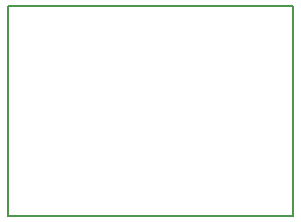
<source format=gbr>
G04 #@! TF.FileFunction,Profile,NP*
%FSLAX46Y46*%
G04 Gerber Fmt 4.6, Leading zero omitted, Abs format (unit mm)*
G04 Created by KiCad (PCBNEW 4.0.0-rc1-stable) date 30/11/2015 05:11:27 p.m.*
%MOMM*%
G01*
G04 APERTURE LIST*
%ADD10C,0.100000*%
%ADD11C,0.150000*%
G04 APERTURE END LIST*
D10*
D11*
X158115000Y-118745000D02*
X156845000Y-118745000D01*
X158115000Y-100965000D02*
X156845000Y-100965000D01*
X158115000Y-100965000D02*
X158115000Y-118745000D01*
X133985000Y-118745000D02*
X133985000Y-100965000D01*
X133985000Y-118745000D02*
X156845000Y-118745000D01*
X133985000Y-100965000D02*
X156845000Y-100965000D01*
M02*

</source>
